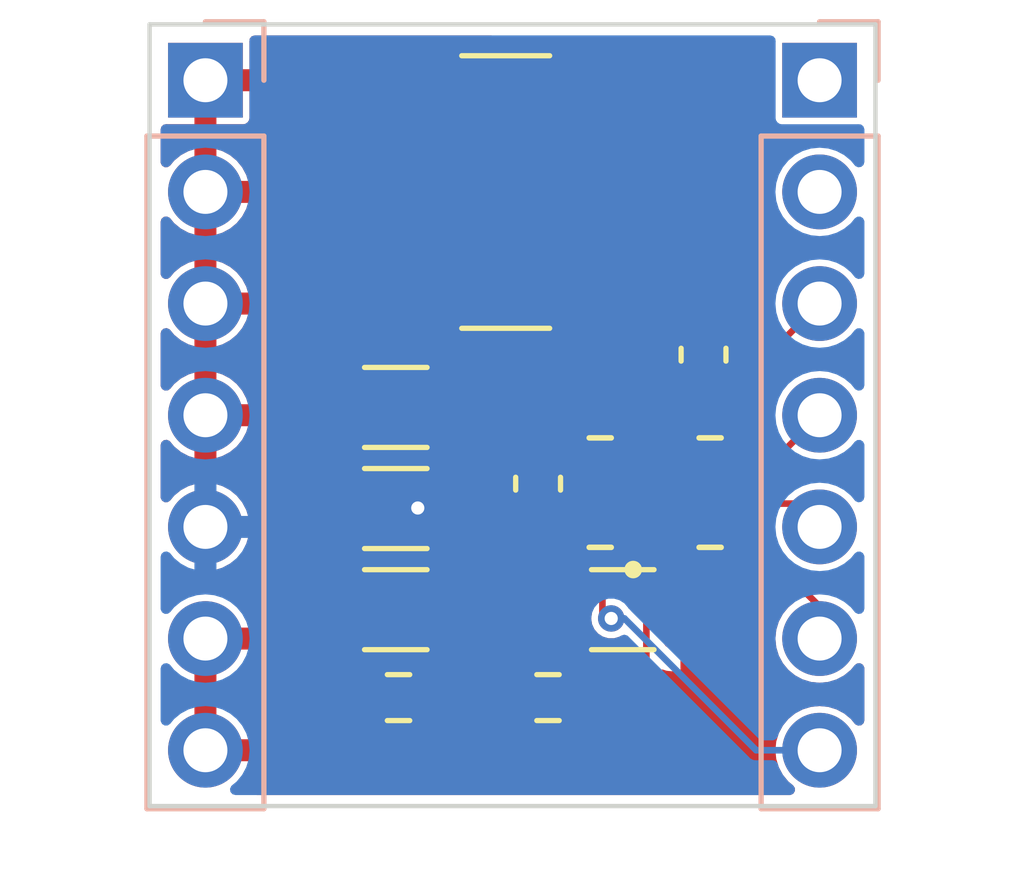
<source format=kicad_pcb>
(kicad_pcb (version 20221018) (generator pcbnew)
  (layers (0 "F.Cu" signal) (31 "B.Cu" signal) (34 "B.Paste" user) (35 "F.Paste" user) (36 "B.SilkS" user "B.Silkscreen") (37 "F.SilkS" user "F.Silkscreen") (38 "B.Mask" user) (39 "F.Mask" user) (44 "Edge.Cuts" user))
  (net 0 "")
  (net 1 "Net-(U1-BST)")
  (net 2 "Net-(U1-SW)")
  (net 3 "/VOUT")
  (net 4 "/GND")
  (net 5 "/VIN")
  (net 6 "Net-(U1-VCC)")
  (net 7 "/EN")
  (net 8 "/MODE")
  (net 9 "/FSEL")
  (net 10 "/SS{slash}TR")
  (net 11 "/PG")
  (net 12 "Net-(U1-FB)")
  (footprint "Capacitor_SMD:C_1206_3216Metric_Pad1.33x1.80mm_HandSolder" (layer "F.Cu") (at 123.5 65.1125)
    (fp_text reference "C4" hide)
    (fp_text value "22uF")
    (fp_line (start -0.711252 -0.91) (end 0.711252 -0.91) (stroke (width 0.12)) (layer "F.SilkS"))
    (fp_line (start -0.711252 0.91) (end 0.711252 0.91) (stroke (width 0.12)) (layer "F.SilkS"))
    (pad "1" smd roundrect (at -1.5625 0) (size 1.325 1.8) (layers "F.Cu" "F.Paste" "F.Mask") (roundrect_rratio 0.188679) (net 3 "/VOUT"))
    (pad "2" smd roundrect (at 1.5625 0) (size 1.325 1.8) (layers "F.Cu" "F.Paste" "F.Mask") (roundrect_rratio 0.188679) (net 4 "/GND"))
  )
  (footprint "Capacitor_SMD:C_1206_3216Metric_Pad1.33x1.80mm_HandSolder" (layer "F.Cu") (at 123.5 62.8125)
    (fp_text reference "C2" hide)
    (fp_text value "22uF")
    (fp_line (start -0.711252 -0.91) (end 0.711252 -0.91) (stroke (width 0.12)) (layer "F.SilkS"))
    (fp_line (start -0.711252 0.91) (end 0.711252 0.91) (stroke (width 0.12)) (layer "F.SilkS"))
    (pad "1" smd roundrect (at -1.5625 0) (size 1.325 1.8) (layers "F.Cu" "F.Paste" "F.Mask") (roundrect_rratio 0.188679) (net 3 "/VOUT"))
    (pad "2" smd roundrect (at 1.5625 0) (size 1.325 1.8) (layers "F.Cu" "F.Paste" "F.Mask") (roundrect_rratio 0.188679) (net 4 "/GND"))
  )
  (footprint "anachron:HPC6045" (layer "F.Cu") (at 126 55.6125 90)
    (fp_text reference "L1" hide)
    (fp_text value "1.5uH")
    (fp_line (start -3.1 -1) (end -3.1 1) (stroke (width 0.12)) (layer "F.SilkS"))
    (fp_line (start 3.1 -1) (end 3.1 1) (stroke (width 0.12)) (layer "F.SilkS"))
    (pad "1" smd roundrect (at 0 2.175 90) (size 6.5 2.15) (layers "F.Cu" "F.Paste" "F.Mask") (net 2 "Net-(U1-SW)"))
    (pad "2" smd roundrect (at 0 -2.175 90) (size 6.5 2.15) (layers "F.Cu" "F.Paste" "F.Mask") (net 3 "/VOUT"))
  )
  (footprint "Resistor_SMD:R_0603_1608Metric_Pad0.98x0.95mm_HandSolder" (layer "F.Cu") (at 123.5625 67.1125)
    (fp_text reference "R1" hide)
    (fp_text value "221k")
    (fp_line (start -0.254724 -0.5225) (end 0.254724 -0.5225) (stroke (width 0.12)) (layer "F.SilkS"))
    (fp_line (start -0.254724 0.5225) (end 0.254724 0.5225) (stroke (width 0.12)) (layer "F.SilkS"))
    (pad "1" smd roundrect (at -0.9125 0) (size 0.975 0.95) (layers "F.Cu" "F.Paste" "F.Mask") (net 3 "/VOUT"))
    (pad "2" smd roundrect (at 0.9125 0) (size 0.975 0.95) (layers "F.Cu" "F.Paste" "F.Mask") (net 12 "Net-(U1-FB)"))
  )
  (footprint "Capacitor_SMD:C_0603_1608Metric_Pad1.08x0.95mm_HandSolder" (layer "F.Cu") (at 126.736975 62.246917 -90)
    (fp_text reference "C6" hide)
    (fp_text value "1uF")
    (fp_line (start -0.146267 -0.51) (end 0.146267 -0.51) (stroke (width 0.12)) (layer "F.SilkS"))
    (fp_line (start -0.146267 0.51) (end 0.146267 0.51) (stroke (width 0.12)) (layer "F.SilkS"))
    (pad "1" smd roundrect (at -0.8625 0 270) (size 1.075 0.95) (layers "F.Cu" "F.Paste" "F.Mask") (net 6 "Net-(U1-VCC)"))
    (pad "2" smd roundrect (at 0.8625 0 270) (size 1.075 0.95) (layers "F.Cu" "F.Paste" "F.Mask") (net 4 "/GND"))
  )
  (footprint "Capacitor_SMD:C_1206_3216Metric_Pad1.33x1.80mm_HandSolder" (layer "F.Cu") (at 123.5 60.5125)
    (fp_text reference "C3" hide)
    (fp_text value "22uF")
    (fp_line (start -0.711252 -0.91) (end 0.711252 -0.91) (stroke (width 0.12)) (layer "F.SilkS"))
    (fp_line (start -0.711252 0.91) (end 0.711252 0.91) (stroke (width 0.12)) (layer "F.SilkS"))
    (pad "1" smd roundrect (at -1.5625 0) (size 1.325 1.8) (layers "F.Cu" "F.Paste" "F.Mask") (roundrect_rratio 0.188679) (net 3 "/VOUT"))
    (pad "2" smd roundrect (at 1.5625 0) (size 1.325 1.8) (layers "F.Cu" "F.Paste" "F.Mask") (roundrect_rratio 0.188679) (net 4 "/GND"))
  )
  (footprint "Capacitor_SMD:C_0603_1608Metric_Pad1.08x0.95mm_HandSolder" (layer "F.Cu") (at 130.5 59.3125 90)
    (fp_text reference "C1" hide)
    (fp_text value "100nF")
    (fp_line (start -0.146267 -0.51) (end 0.146267 -0.51) (stroke (width 0.12)) (layer "F.SilkS"))
    (fp_line (start -0.146267 0.51) (end 0.146267 0.51) (stroke (width 0.12)) (layer "F.SilkS"))
    (pad "1" smd roundrect (at -0.8625 0 90) (size 1.075 0.95) (layers "F.Cu" "F.Paste" "F.Mask") (net 1 "Net-(U1-BST)"))
    (pad "2" smd roundrect (at 0.8625 0 90) (size 1.075 0.95) (layers "F.Cu" "F.Paste" "F.Mask") (net 2 "Net-(U1-SW)"))
  )
  (footprint "anachron:AP62600SJ-7" (layer "F.Cu") (at 129.4 62.45 90)
    (fp_text reference "U1" hide)
    (fp_text value "AP62600SJ-7")
    (fp_line (start -1.245 -1.5) (end -1.245 -1) (stroke (width 0.127)) (layer "F.SilkS"))
    (fp_line (start -1.245 1.5) (end -1.245 1) (stroke (width 0.127)) (layer "F.SilkS"))
    (fp_line (start 1.245 -1.5) (end 1.245 -1) (stroke (width 0.127)) (layer "F.SilkS"))
    (fp_line (start 1.245 1.5) (end 1.245 1) (stroke (width 0.127)) (layer "F.SilkS"))
    (fp_circle (center -1.75 -0.5) (end -1.65 -0.5) (stroke (width 0.2)) (fill none) (layer "F.SilkS"))
    (pad "1" smd rect (at -0.45 -0.5 90) (size 1.4 0.35) (layers "F.Cu" "F.Paste" "F.Mask") (net 4 "/GND"))
    (pad "2" smd rect (at -0.45 0.5 90) (size 1.4 0.35) (layers "F.Cu" "F.Paste" "F.Mask") (net 5 "/VIN"))
    (pad "3" smd rect (at -0.75 1.35 90) (size 0.35 0.6) (layers "F.Cu" "F.Paste" "F.Mask") (net 7 "/EN"))
    (pad "4" smd rect (at -0.25 1.35 90) (size 0.35 0.6) (layers "F.Cu" "F.Paste" "F.Mask") (net 8 "/MODE"))
    (pad "5" smd rect (at 0.25 1.35 90) (size 0.35 0.6) (layers "F.Cu" "F.Paste" "F.Mask") (net 9 "/FSEL"))
    (pad "6" smd rect (at 0.75 1.35 90) (size 0.35 0.6) (layers "F.Cu" "F.Paste" "F.Mask") (net 11 "/PG"))
    (pad "7" smd rect (at 0.85 0.5 180) (size 0.35 0.6) (layers "F.Cu" "F.Paste" "F.Mask") (net 1 "Net-(U1-BST)"))
    (pad "8" smd rect (at 0.45 0 90) (size 1.4 0.35) (layers "F.Cu" "F.Paste" "F.Mask") (net 2 "Net-(U1-SW)"))
    (pad "9" smd rect (at 0.75 -1.35 270) (size 0.35 0.6) (layers "F.Cu" "F.Paste" "F.Mask") (net 6 "Net-(U1-VCC)"))
    (pad "10" smd rect (at 0.25 -1.35 270) (size 0.35 0.6) (layers "F.Cu" "F.Paste" "F.Mask") (net 10 "/SS{slash}TR"))
    (pad "11" smd rect (at -0.25 -1.35 270) (size 0.35 0.6) (layers "F.Cu" "F.Paste" "F.Mask") (net 4 "/GND"))
    (pad "12" smd rect (at -0.75 -1.35 270) (size 0.35 0.6) (layers "F.Cu" "F.Paste" "F.Mask") (net 12 "Net-(U1-FB)"))
  )
  (footprint "Resistor_SMD:R_0603_1608Metric_Pad0.98x0.95mm_HandSolder" (layer "F.Cu") (at 126.9625 67.1125)
    (fp_text reference "R2" hide)
    (fp_text value "30.1k")
    (fp_line (start -0.254724 -0.5225) (end 0.254724 -0.5225) (stroke (width 0.12)) (layer "F.SilkS"))
    (fp_line (start -0.254724 0.5225) (end 0.254724 0.5225) (stroke (width 0.12)) (layer "F.SilkS"))
    (pad "1" smd roundrect (at -0.9125 0) (size 0.975 0.95) (layers "F.Cu" "F.Paste" "F.Mask") (net 12 "Net-(U1-FB)"))
    (pad "2" smd roundrect (at 0.9125 0) (size 0.975 0.95) (layers "F.Cu" "F.Paste" "F.Mask") (net 4 "/GND"))
  )
  (footprint "Capacitor_SMD:C_1206_3216Metric_Pad1.33x1.80mm_HandSolder" (layer "F.Cu") (at 128.6625 65.1125 180)
    (fp_text reference "C5" hide)
    (fp_text value "22uF")
    (fp_line (start -0.711252 -0.91) (end 0.711252 -0.91) (stroke (width 0.12)) (layer "F.SilkS"))
    (fp_line (start -0.711252 0.91) (end 0.711252 0.91) (stroke (width 0.12)) (layer "F.SilkS"))
    (pad "1" smd roundrect (at -1.5625 0 180) (size 1.325 1.8) (layers "F.Cu" "F.Paste" "F.Mask") (roundrect_rratio 0.188679) (net 5 "/VIN"))
    (pad "2" smd roundrect (at 1.5625 0 180) (size 1.325 1.8) (layers "F.Cu" "F.Paste" "F.Mask") (roundrect_rratio 0.188679) (net 4 "/GND"))
  )
  (footprint "Connector_PinHeader_2.54mm:PinHeader_1x07_P2.54mm_Vertical" (layer "B.Cu") (at 133.14 53.07 180)
    (fp_text reference "J2" hide)
    (fp_text value "Conn_01x05")
    (fp_line (start -1.33 -16.57) (end 1.33 -16.57) (stroke (width 0.12)) (layer "B.SilkS"))
    (fp_line (start -1.33 -1.27) (end -1.33 -16.57) (stroke (width 0.12)) (layer "B.SilkS"))
    (fp_line (start -1.33 -1.27) (end 1.33 -1.27) (stroke (width 0.12)) (layer "B.SilkS"))
    (fp_line (start -1.33 0) (end -1.33 1.33) (stroke (width 0.12)) (layer "B.SilkS"))
    (fp_line (start -1.33 1.33) (end 0 1.33) (stroke (width 0.12)) (layer "B.SilkS"))
    (fp_line (start 1.33 -1.27) (end 1.33 -16.57) (stroke (width 0.12)) (layer "B.SilkS"))
    (pad "1" thru_hole rect (at 0 0 180) (size 1.7 1.7) (drill 1) (layers "*.Cu" "*.Mask"))
    (pad "2" thru_hole oval (at 0 -2.54 180) (size 1.7 1.7) (drill 1) (layers "*.Cu" "*.Mask"))
    (pad "3" thru_hole oval (at 0 -5.08 180) (size 1.7 1.7) (drill 1) (layers "*.Cu" "*.Mask") (net 11 "/PG"))
    (pad "4" thru_hole oval (at 0 -7.62 180) (size 1.7 1.7) (drill 1) (layers "*.Cu" "*.Mask") (net 9 "/FSEL"))
    (pad "5" thru_hole oval (at 0 -10.16 180) (size 1.7 1.7) (drill 1) (layers "*.Cu" "*.Mask") (net 8 "/MODE"))
    (pad "6" thru_hole oval (at 0 -12.7 180) (size 1.7 1.7) (drill 1) (layers "*.Cu" "*.Mask") (net 7 "/EN"))
    (pad "7" thru_hole oval (at 0 -15.24 180) (size 1.7 1.7) (drill 1) (layers "*.Cu" "*.Mask") (net 10 "/SS{slash}TR"))
  )
  (footprint "Connector_PinHeader_2.54mm:PinHeader_1x07_P2.54mm_Vertical" (layer "B.Cu") (at 119.17 53.07 180)
    (fp_text reference "J1" hide)
    (fp_text value "Conn_01x05")
    (fp_line (start -1.33 -16.57) (end 1.33 -16.57) (stroke (width 0.12)) (layer "B.SilkS"))
    (fp_line (start -1.33 -1.27) (end -1.33 -16.57) (stroke (width 0.12)) (layer "B.SilkS"))
    (fp_line (start -1.33 -1.27) (end 1.33 -1.27) (stroke (width 0.12)) (layer "B.SilkS"))
    (fp_line (start -1.33 0) (end -1.33 1.33) (stroke (width 0.12)) (layer "B.SilkS"))
    (fp_line (start -1.33 1.33) (end 0 1.33) (stroke (width 0.12)) (layer "B.SilkS"))
    (fp_line (start 1.33 -1.27) (end 1.33 -16.57) (stroke (width 0.12)) (layer "B.SilkS"))
    (pad "1" thru_hole rect (at 0 0 180) (size 1.7 1.7) (drill 1) (layers "*.Cu" "*.Mask") (net 3 "/VOUT"))
    (pad "2" thru_hole oval (at 0 -2.54 180) (size 1.7 1.7) (drill 1) (layers "*.Cu" "*.Mask") (net 3 "/VOUT"))
    (pad "3" thru_hole oval (at 0 -5.08 180) (size 1.7 1.7) (drill 1) (layers "*.Cu" "*.Mask") (net 3 "/VOUT"))
    (pad "4" thru_hole oval (at 0 -7.62 180) (size 1.7 1.7) (drill 1) (layers "*.Cu" "*.Mask") (net 3 "/VOUT"))
    (pad "5" thru_hole oval (at 0 -10.16 180) (size 1.7 1.7) (drill 1) (layers "*.Cu" "*.Mask") (net 4 "/GND"))
    (pad "6" thru_hole oval (at 0 -12.7 180) (size 1.7 1.7) (drill 1) (layers "*.Cu" "*.Mask") (net 5 "/VIN"))
    (pad "7" thru_hole oval (at 0 -15.24 180) (size 1.7 1.7) (drill 1) (layers "*.Cu" "*.Mask") (net 5 "/VIN"))
  )
  (gr_line (start 134.41 51.8) (end 134.41 69.58) (stroke (width 0.1)) (layer "Edge.Cuts"))
  (gr_line (start 134.41 69.58) (end 117.9 69.58) (stroke (width 0.1)) (layer "Edge.Cuts"))
  (gr_line (start 117.9 51.8) (end 134.41 51.8) (stroke (width 0.1)) (layer "Edge.Cuts"))
  (gr_line (start 117.9 69.58) (end 117.9 51.8) (stroke (width 0.1)) (layer "Edge.Cuts"))
  (segment (start 129.9 61.4125) (end 129.9 61.6) (width 0.15) (layer "F.Cu") (net 1))
  (segment (start 130.5 60.175) (end 130.5 60.8125) (width 0.15) (layer "F.Cu") (net 1))
  (segment (start 130.5 60.8125) (end 129.9 61.4125) (width 0.15) (layer "F.Cu") (net 1))
  (segment (start 128.175 59.4875) (end 128.175 55.6125) (width 1) (layer "F.Cu") (net 2))
  (segment (start 129.4 62) (end 129.4 60.7125) (width 0.15) (layer "F.Cu") (net 2))
  (segment (start 130.5 57.9375) (end 128.175 55.6125) (width 0.15) (layer "F.Cu") (net 2))
  (segment (start 130.5 58.45) (end 130.5 57.9375) (width 0.15) (layer "F.Cu") (net 2))
  (segment (start 129.4 60.7125) (end 128.175 59.4875) (width 1) (layer "F.Cu") (net 2))
  (segment (start 119.17 55.61) (end 119.17 60.69) (width 0.15) (layer "F.Cu") (net 3))
  (segment (start 119.17 60.69) (end 121.7275 60.69) (width 0.15) (layer "F.Cu") (net 3))
  (segment (start 121.9375 66.4) (end 122.65 67.1125) (width 0.15) (layer "F.Cu") (net 3))
  (segment (start 123.825 55.6125) (end 121.9375 57.5) (width 0.15) (layer "F.Cu") (net 3))
  (segment (start 119.17 53.07) (end 119.17 55.61) (width 0.15) (layer "F.Cu") (net 3))
  (segment (start 121.9375 62.8125) (end 121.9375 65.1125) (width 1) (layer "F.Cu") (net 3))
  (segment (start 121.9375 60.5125) (end 121.9375 62.8125) (width 1) (layer "F.Cu") (net 3))
  (segment (start 121.7275 60.3025) (end 121.9375 60.5125) (width 0.15) (layer "F.Cu") (net 3))
  (segment (start 121.9375 57.5) (end 121.9375 60.5125) (width 0.15) (layer "F.Cu") (net 3))
  (segment (start 121.9375 65.1125) (end 121.9375 66.4) (width 0.15) (layer "F.Cu") (net 3))
  (segment (start 128.9 61.4125) (end 127.4 59.9125) (width 0.15) (layer "F.Cu") (net 4))
  (segment (start 125.0625 60.5125) (end 125.0625 62.8125) (width 0.15) (layer "F.Cu") (net 4))
  (segment (start 128.9 62.9) (end 128.7 62.7) (width 0.15) (layer "F.Cu") (net 4))
  (segment (start 127.875 67.1125) (end 127.875 65.8875) (width 0.15) (layer "F.Cu") (net 4))
  (segment (start 125.0625 62.8125) (end 125.0625 65.1125) (width 0.15) (layer "F.Cu") (net 4))
  (segment (start 127.875 65.8875) (end 127.1 65.1125) (width 0.15) (layer "F.Cu") (net 4))
  (segment (start 125.9 60.5125) (end 125.0625 60.5125) (width 0.15) (layer "F.Cu") (net 4))
  (segment (start 127.1 65.1125) (end 125.0625 65.1125) (width 0.15) (layer "F.Cu") (net 4))
  (segment (start 128.7 62.7) (end 128.05 62.7) (width 0.15) (layer "F.Cu") (net 4))
  (segment (start 126.5 59.9125) (end 125.9 60.5125) (width 0.15) (layer "F.Cu") (net 4))
  (segment (start 127.4 59.9125) (end 126.5 59.9125) (width 0.15) (layer "F.Cu") (net 4))
  (segment (start 128.9 62.9) (end 128.9 61.4125) (width 0.15) (layer "F.Cu") (net 4))
  (via (at 124 62.8) (size 0.6) (drill 0.3) (layers "F.Cu" "B.Cu") (net 4))
  (segment (start 129.9 64.7875) (end 130.225 65.1125) (width 0.15) (layer "F.Cu") (net 5))
  (segment (start 129.9 62.9) (end 129.9 64.7875) (width 0.15) (layer "F.Cu") (net 5))
  (segment (start 128.05 61.7) (end 127.052558 61.7) (width 0.15) (layer "F.Cu") (net 6))
  (segment (start 127.052558 61.7) (end 126.736975 61.384417) (width 0.15) (layer "F.Cu") (net 6))
  (segment (start 133.14 65.04) (end 133.14 65.77) (width 0.15) (layer "F.Cu") (net 7))
  (segment (start 130.75 63.2) (end 131.3 63.2) (width 0.15) (layer "F.Cu") (net 7))
  (segment (start 131.3 63.2) (end 133.14 65.04) (width 0.15) (layer "F.Cu") (net 7))
  (segment (start 130.75 62.7) (end 132.61 62.7) (width 0.15) (layer "F.Cu") (net 8))
  (segment (start 132.61 62.7) (end 133.14 63.23) (width 0.15) (layer "F.Cu") (net 8))
  (segment (start 131.63 62.2) (end 133.14 60.69) (width 0.15) (layer "F.Cu") (net 9))
  (segment (start 130.75 62.2) (end 131.63 62.2) (width 0.15) (layer "F.Cu") (net 9))
  (segment (start 127.5 62.3) (end 127.5 63.771322) (width 0.15) (layer "F.Cu") (net 10))
  (segment (start 127.5 63.771322) (end 128.2 64.471322) (width 0.15) (layer "F.Cu") (net 10))
  (segment (start 127.6 62.2) (end 127.5 62.3) (width 0.15) (layer "F.Cu") (net 10))
  (segment (start 128.3 65.3125) (end 128.4 65.3125) (width 0.15) (layer "F.Cu") (net 10))
  (segment (start 128.05 62.2) (end 127.6 62.2) (width 0.15) (layer "F.Cu") (net 10))
  (segment (start 128.2 64.471322) (end 128.2 65.2125) (width 0.15) (layer "F.Cu") (net 10))
  (segment (start 128.2 65.2125) (end 128.3 65.3125) (width 0.15) (layer "F.Cu") (net 10))
  (via (at 128.4 65.3125) (size 0.6) (drill 0.3) (layers "F.Cu" "B.Cu") (net 10))
  (segment (start 128.7 65.3125) (end 131.6975 68.31) (width 0.15) (layer "B.Cu") (net 10))
  (segment (start 131.6975 68.31) (end 133.14 68.31) (width 0.15) (layer "B.Cu") (net 10))
  (segment (start 128.4 65.3125) (end 128.7 65.3125) (width 0.15) (layer "B.Cu") (net 10))
  (segment (start 131.7 59.59) (end 131.7 61.2) (width 0.15) (layer "F.Cu") (net 11))
  (segment (start 131.2 61.7) (end 130.75 61.7) (width 0.15) (layer "F.Cu") (net 11))
  (segment (start 133.14 58.15) (end 131.7 59.59) (width 0.15) (layer "F.Cu") (net 11))
  (segment (start 131.7 61.2) (end 131.2 61.7) (width 0.15) (layer "F.Cu") (net 11))
  (segment (start 126.75 67.8125) (end 126.05 67.1125) (width 0.15) (layer "F.Cu") (net 12))
  (segment (start 128.05 63.2) (end 128.05 63.525) (width 0.15) (layer "F.Cu") (net 12))
  (segment (start 128.05 63.525) (end 129.2 64.675) (width 0.15) (layer "F.Cu") (net 12))
  (segment (start 129.2 64.675) (end 129.2 67.0125) (width 0.15) (layer "F.Cu") (net 12))
  (segment (start 128.4 67.8125) (end 126.75 67.8125) (width 0.15) (layer "F.Cu") (net 12))
  (segment (start 129.2 67.0125) (end 128.4 67.8125) (width 0.15) (layer "F.Cu") (net 12))
  (segment (start 126.05 67.1125) (end 124.475 67.1125) (width 0.15) (layer "F.Cu") (net 12))
  (zone (net 4) (net_name "/GND") (layer "F.Cu") (priority 3) (connect_pads thru_hole_only (clearance 0.15)) (min_thickness 0.25) (fill yes (thermal_gap 0.15) (thermal_bridge_width 0.5))
    (polygon (pts (xy 123.5 59.6125) (xy 126.8 59.6125) (xy 128.8 61.6125) (xy 128.8 66.3125) (xy 123.5 66.3125)))
  )
  (zone (net 3) (net_name "/VOUT") (layer "F.Cu") (priority 1) (connect_pads thru_hole_only (clearance 0.15)) (min_thickness 0.25) (fill yes (thermal_gap 0.15) (thermal_bridge_width 0.5))
    (polygon (pts (xy 117.9 51.8) (xy 125.8 51.8) (xy 125.8 64) (xy 117.9 64)))
  )
  (zone (net 5) (net_name "/VIN") (layer "F.Cu") (priority 2) (connect_pads (clearance 0.15)) (min_thickness 0.25) (fill yes (thermal_gap 0.5) (thermal_bridge_width 0.5))
    (polygon (pts (xy 118 64) (xy 134.4 64) (xy 134.4 69.6) (xy 118 69.6)))
  )
  (zone (net 4) (net_name "/GND") (layer "B.Cu") (connect_pads thru_hole_only (clearance 0.15)) (min_thickness 0.25) (fill yes (thermal_gap 0.15) (thermal_bridge_width 0.5))
    (polygon (pts (xy 117.9 51.8) (xy 134.4 51.8) (xy 134.4 69.6) (xy 117.9 69.6)))
  )
)
</source>
